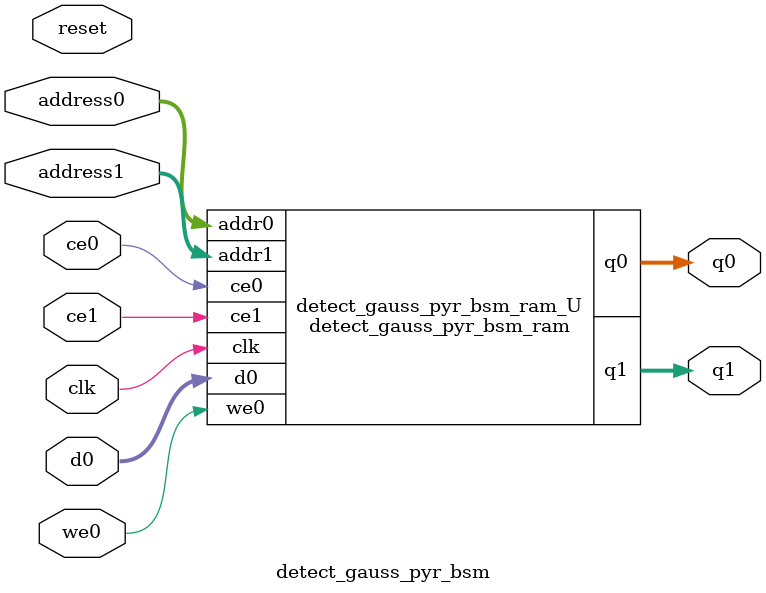
<source format=v>

`timescale 1 ns / 1 ps
module detect_gauss_pyr_bsm_ram (addr0, ce0, d0, we0, q0, addr1, ce1, q1,  clk);

parameter DWIDTH = 32;
parameter AWIDTH = 16;
parameter MEM_SIZE = 65536;

input[AWIDTH-1:0] addr0;
input ce0;
input[DWIDTH-1:0] d0;
input we0;
output reg[DWIDTH-1:0] q0;
input[AWIDTH-1:0] addr1;
input ce1;
output reg[DWIDTH-1:0] q1;
input clk;

(* ram_style = "block" *)reg [DWIDTH-1:0] ram[0:MEM_SIZE-1];




always @(posedge clk)  
begin 
    if (ce0) 
    begin
        if (we0) 
        begin 
            ram[addr0] <= d0; 
            q0 <= d0;
        end 
        else 
            q0 <= ram[addr0];
    end
end


always @(posedge clk)  
begin 
    if (ce1) 
    begin
            q1 <= ram[addr1];
    end
end


endmodule


`timescale 1 ns / 1 ps
module detect_gauss_pyr_bsm(
    reset,
    clk,
    address0,
    ce0,
    we0,
    d0,
    q0,
    address1,
    ce1,
    q1);

parameter DataWidth = 32'd32;
parameter AddressRange = 32'd65536;
parameter AddressWidth = 32'd16;
input reset;
input clk;
input[AddressWidth - 1:0] address0;
input ce0;
input we0;
input[DataWidth - 1:0] d0;
output[DataWidth - 1:0] q0;
input[AddressWidth - 1:0] address1;
input ce1;
output[DataWidth - 1:0] q1;



detect_gauss_pyr_bsm_ram detect_gauss_pyr_bsm_ram_U(
    .clk( clk ),
    .addr0( address0 ),
    .ce0( ce0 ),
    .we0( we0 ),
    .d0( d0 ),
    .q0( q0 ),
    .addr1( address1 ),
    .ce1( ce1 ),
    .q1( q1 ));

endmodule


</source>
